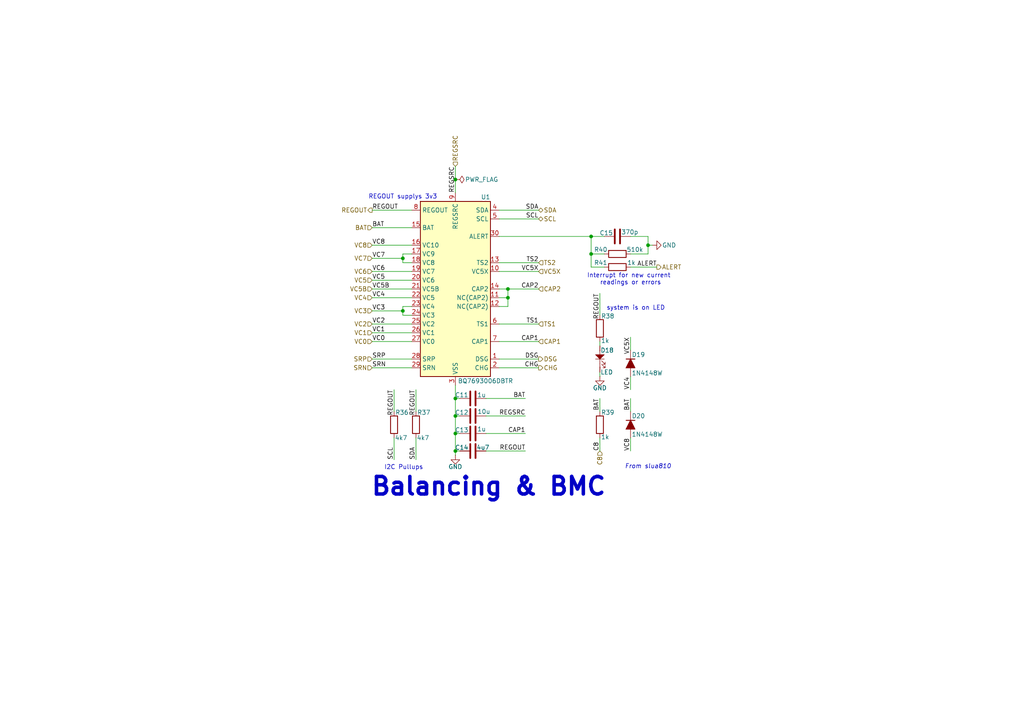
<source format=kicad_sch>
(kicad_sch (version 20250114) (generator "eeschema") (generator_version "9.0")
  (paper "A4")
  (lib_symbols
    (symbol "Battery_Management:BQ76930DBT"
      (property "Reference" "U" (at -7.62 26.67 0))
      (property "Value" "BQ76930DBT" (at 13.97 26.67 0))
      (symbol "BQ76930DBT_0_1"
        (rectangle (start -10.16 25.4) (end 10.16 -25.4) (stroke (width 0.254)) (fill (type background)))
      )
      (symbol "BQ76930DBT_1_0"
        (pin bidirectional line (at -12.7 15.24 0) (length 2.54) (name "ALERT") (number "30"))
        (pin passive line (at -12.7 7.62 0) (length 2.54) (name "TS2") (number "13"))
        (pin passive line (at -12.7 5.08 0) (length 2.54) (name "VC5X") (number "10"))
        (pin passive line (at -12.7 0 0) (length 2.54) (name "CAP2") (number "14"))
        (pin passive line (at -12.7 -2.54 0) (length 2.54) (name "NC(CAP2)") (number "11"))
        (pin passive line (at -12.7 -5.08 0) (length 2.54) (name "NC(CAP2)") (number "12"))
        (pin passive line (at -12.7 -10.16 0) (length 2.54) (name "TS1") (number "6"))
        (pin passive line (at -12.7 -15.24 0) (length 2.54) (name "CAP1") (number "7"))
        (pin power_in line (at 0 27.94 270) (length 2.54) (name "REGSRC") (number "9"))
        (pin power_out line (at 12.7 22.86 180) (length 2.54) (name "REGOUT") (number "8"))
        (pin input line (at 12.7 17.78 180) (length 2.54) (name "BAT") (number "15"))
        (pin input line (at 12.7 12.7 180) (length 2.54) (name "VC10") (number "16"))
        (pin input line (at 12.7 10.16 180) (length 2.54) (name "VC9") (number "17"))
        (pin input line (at 12.7 7.62 180) (length 2.54) (name "VC8") (number "18"))
        (pin input line (at 12.7 5.08 180) (length 2.54) (name "VC7") (number "19"))
        (pin input line (at 12.7 2.54 180) (length 2.54) (name "VC6") (number "20"))
        (pin input line (at 12.7 0 180) (length 2.54) (name "VC5B") (number "21"))
        (pin input line (at 12.7 -2.54 180) (length 2.54) (name "VC5") (number "22"))
        (pin input line (at 12.7 -5.08 180) (length 2.54) (name "VC4") (number "23"))
        (pin input line (at 12.7 -7.62 180) (length 2.54) (name "VC3") (number "24"))
        (pin input line (at 12.7 -10.16 180) (length 2.54) (name "VC2") (number "25"))
        (pin input line (at 12.7 -12.7 180) (length 2.54) (name "VC1") (number "26"))
        (pin input line (at 12.7 -15.24 180) (length 2.54) (name "VC0") (number "27"))
        (pin input line (at 12.7 -20.32 180) (length 2.54) (name "SRP") (number "28"))
        (pin input line (at 12.7 -22.86 180) (length 2.54) (name "SRN") (number "29"))
      )
      (symbol "BQ76930DBT_1_1"
        (pin bidirectional line (at -12.7 22.86 0) (length 2.54) (name "SDA") (number "4"))
        (pin input line (at -12.7 20.32 0) (length 2.54) (name "SCL") (number "5"))
        (pin output line (at -12.7 -20.32 0) (length 2.54) (name "DSG") (number "1"))
        (pin output line (at -12.7 -22.86 0) (length 2.54) (name "CHG") (number "2"))
        (pin power_in line (at 0 -27.94 90) (length 2.54) (name "VSS") (number "3"))
      )
    )
    (symbol "Device:C" (pin_numbers (hide yes)) (pin_names (offset 0.254))
      (property "Reference" "C" (at 0.635 2.54 0))
      (property "Value" "C" (at 0.635 -2.54 0))
      (symbol "C_0_1"
        (polyline (pts (xy -2.032 0.762) (xy 2.032 0.762)) (stroke (width 0.508)))
        (polyline (pts (xy -2.032 -0.762) (xy 2.032 -0.762)) (stroke (width 0.508)))
      )
      (symbol "C_1_1"
        (pin passive line (at 0 3.81 270) (length 2.794) (name "~") (number "1"))
        (pin passive line (at 0 -3.81 90) (length 2.794) (name "~") (number "2"))
      )
    )
    (symbol "Device:R" (pin_numbers (hide yes)) (pin_names (offset 0))
      (property "Reference" "R" (at 2.032 0 90))
      (property "Value" "R" (at 0 0 90))
      (symbol "R_0_1"
        (rectangle (start -1.016 -2.54) (end 1.016 2.54) (stroke (width 0.254)))
      )
      (symbol "R_1_1"
        (pin passive line (at 0 3.81 270) (length 1.27) (name "~") (number "1"))
        (pin passive line (at 0 -3.81 90) (length 1.27) (name "~") (number "2"))
      )
    )
    (symbol "PCM_4ms_Power-symbol:PWR_FLAG" (power) (pin_numbers (hide yes)) (pin_names (offset 0) (hide yes))
      (property "Value" "PWR_FLAG" (at 0 3.81 0))
      (symbol "PWR_FLAG_0_0"
        (pin power_out line (at 0 0 90) (length 0) (name "pwr") (number "1"))
      )
      (symbol "PWR_FLAG_0_1"
        (polyline (pts (xy 0 0) (xy 0 1.27) (xy -1.016 1.905) (xy 0 2.54) (xy 1.016 1.905) (xy 0 1.27)))
      )
    )
    (symbol "PCM_Diode_AKL:1N4148W" (pin_numbers (hide yes)) (pin_names (offset 1.016) (hide yes))
      (property "Reference" "D" (at 0 5.08 0))
      (property "Value" "1N4148W" (at 0 2.54 0))
      (symbol "1N4148W_0_1"
        (polyline (pts (xy -1.27 1.27) (xy -1.27 -1.27) (xy 1.27 0) (xy -1.27 1.27)) (stroke (width 0.254)) (fill (type outline)))
        (polyline (pts (xy -1.27 0) (xy 1.27 0)))
        (polyline (pts (xy 1.27 1.27) (xy 1.27 -1.27)) (stroke (width 0.254)))
      )
      (symbol "1N4148W_0_2"
        (polyline (pts (xy -2.54 -2.54) (xy 2.54 2.54)))
        (polyline (pts (xy -0.889 -0.889) (xy -1.778 0) (xy 0.889 0.889) (xy 0 -1.778) (xy -0.889 -0.889)) (stroke (width 0.254)) (fill (type outline)))
        (polyline (pts (xy 0 1.778) (xy 1.778 0)) (stroke (width 0.254)))
      )
      (symbol "1N4148W_1_1"
        (pin passive line (at -3.81 0 0) (length 2.54) (name "A") (number "2"))
        (pin passive line (at 3.81 0 180) (length 2.54) (name "K") (number "1"))
      )
      (symbol "1N4148W_1_2"
        (pin passive line (at -2.54 -2.54 0) (length 0) (name "A") (number "2"))
        (pin passive line (at 2.54 2.54 180) (length 0) (name "K") (number "1"))
      )
    )
    (symbol "PCM_SL_Devices:LED"
      (property "Reference" "D" (at -0.508 5.334 0))
      (property "Value" "LED" (at -0.508 2.794 0))
      (symbol "LED_0_1"
        (polyline (pts (xy -1.27 0) (xy -2.54 0)))
        (polyline (pts (xy 0 1.27) (xy 0 -1.27)))
        (polyline (pts (xy 0 0) (xy -1.27 -1.27) (xy -1.27 1.27) (xy 0 0) (xy 1.27 0)) (fill (type outline)))
        (polyline (pts (xy 0.508 0.508) (xy 1.524 1.524)))
        (polyline (pts (xy 1.27 0) (xy 2.54 0)))
        (polyline (pts (xy 1.524 1.524) (xy 0.889 1.524)))
        (polyline (pts (xy 1.524 1.524) (xy 1.524 0.889)))
        (polyline (pts (xy 1.524 0.508) (xy 2.54 1.524)))
        (polyline (pts (xy 2.54 1.524) (xy 1.905 1.524)))
        (polyline (pts (xy 2.54 1.524) (xy 2.54 0.889)))
      )
      (symbol "LED_1_1"
        (pin passive line (at -3.81 0 0) (length 1.5) (name "") (number "2"))
        (pin passive line (at 3.81 0 180) (length 1.5) (name "~") (number "1"))
      )
    )
    (symbol "power:GND" (power) (pin_numbers (hide yes)) (pin_names (offset 0) (hide yes))
      (property "Value" "GND" (at 0 -3.81 0))
      (symbol "GND_0_1"
        (polyline (pts (xy 0 0) (xy 0 -1.27) (xy 1.27 -1.27) (xy 0 -2.54) (xy -1.27 -1.27) (xy 0 -1.27)))
      )
      (symbol "GND_1_1"
        (pin power_in line (at 0 0 270) (length 0) (name "~") (number "1"))
      )
    )
  )
  (text "Interrupt for new current \nreadings or errors" (at 182.88 81.026 0) (effects (font (size 1.27 1.27))))
  (text "Balancing & BMC" (at 141.732 141.224 0) (effects (font (size 5.08 5.08) (thickness 1.016) (bold yes))))
  (text "I2C Pullups" (at 117.094 135.636 0) (effects (font (size 1.27 1.27))))
  (text "REGOUT supplys 3v3" (at 116.84 57.15 0) (effects (font (size 1.27 1.27))))
  (text "system is on LED" (at 184.404 89.408 0) (effects (font (size 1.27 1.27))))
  (text "From slua810" (at 187.96 135.382 0) (effects (font (size 1.27 1.27) (italic yes))))
  (junction (at 171.45 68.58))
  (junction (at 116.84 74.93))
  (junction (at 171.45 73.66))
  (junction (at 132.08 120.65))
  (junction (at 116.84 90.17))
  (junction (at 132.08 115.57))
  (junction (at 147.32 86.36))
  (junction (at 187.96 71.12))
  (junction (at 132.08 52.07))
  (junction (at 147.32 83.82))
  (junction (at 132.08 125.73))
  (junction (at 132.08 130.81))
  (wire (pts (xy 116.84 88.9) (xy 119.38 88.9)))
  (wire (pts (xy 171.45 77.47) (xy 171.45 73.66)))
  (wire (pts (xy 116.84 91.44) (xy 119.38 91.44)))
  (wire (pts (xy 132.08 130.81) (xy 133.35 130.81)))
  (wire (pts (xy 107.95 71.12) (xy 119.38 71.12)))
  (wire (pts (xy 133.35 125.73) (xy 132.08 125.73)))
  (wire (pts (xy 133.35 115.57) (xy 132.08 115.57)))
  (wire (pts (xy 107.95 83.82) (xy 119.38 83.82)))
  (wire (pts (xy 171.45 73.66) (xy 175.26 73.66)))
  (wire (pts (xy 107.95 106.68) (xy 119.38 106.68)))
  (wire (pts (xy 182.88 77.47) (xy 190.5 77.47)))
  (wire (pts (xy 107.95 78.74) (xy 119.38 78.74)))
  (wire (pts (xy 156.21 83.82) (xy 147.32 83.82)))
  (wire (pts (xy 156.21 104.14) (xy 144.78 104.14)))
  (wire (pts (xy 114.3 127) (xy 114.3 133.35)))
  (wire (pts (xy 147.32 83.82) (xy 144.78 83.82)))
  (wire (pts (xy 147.32 83.82) (xy 147.32 86.36)))
  (wire (pts (xy 144.78 88.9) (xy 147.32 88.9)))
  (wire (pts (xy 119.38 60.96) (xy 107.95 60.96)))
  (wire (pts (xy 120.65 133.35) (xy 120.65 127)))
  (wire (pts (xy 114.3 113.03) (xy 114.3 119.38)))
  (wire (pts (xy 116.84 88.9) (xy 116.84 90.17)))
  (wire (pts (xy 107.95 99.06) (xy 119.38 99.06)))
  (wire (pts (xy 182.88 97.79) (xy 182.88 101.6)))
  (wire (pts (xy 156.21 93.98) (xy 144.78 93.98)))
  (wire (pts (xy 156.21 76.2) (xy 144.78 76.2)))
  (wire (pts (xy 173.99 100.33) (xy 173.99 99.06)))
  (wire (pts (xy 107.95 86.36) (xy 119.38 86.36)))
  (wire (pts (xy 140.97 115.57) (xy 152.4 115.57)))
  (wire (pts (xy 140.97 120.65) (xy 152.4 120.65)))
  (wire (pts (xy 173.99 85.09) (xy 173.99 91.44)))
  (wire (pts (xy 187.96 71.12) (xy 189.23 71.12)))
  (wire (pts (xy 182.88 113.03) (xy 182.88 109.22)))
  (wire (pts (xy 107.95 74.93) (xy 116.84 74.93)))
  (wire (pts (xy 144.78 106.68) (xy 156.21 106.68)))
  (wire (pts (xy 144.78 63.5) (xy 156.21 63.5)))
  (wire (pts (xy 132.08 115.57) (xy 132.08 120.65)))
  (wire (pts (xy 132.08 125.73) (xy 132.08 130.81)))
  (wire (pts (xy 156.21 78.74) (xy 144.78 78.74)))
  (wire (pts (xy 173.99 115.57) (xy 173.99 119.38)))
  (wire (pts (xy 116.84 73.66) (xy 116.84 74.93)))
  (wire (pts (xy 107.95 66.04) (xy 119.38 66.04)))
  (wire (pts (xy 133.35 120.65) (xy 132.08 120.65)))
  (wire (pts (xy 120.65 113.03) (xy 120.65 119.38)))
  (wire (pts (xy 116.84 90.17) (xy 116.84 91.44)))
  (wire (pts (xy 187.96 71.12) (xy 187.96 68.58)))
  (wire (pts (xy 182.88 73.66) (xy 187.96 73.66)))
  (wire (pts (xy 140.97 125.73) (xy 152.4 125.73)))
  (wire (pts (xy 144.78 68.58) (xy 171.45 68.58)))
  (wire (pts (xy 175.26 68.58) (xy 171.45 68.58)))
  (wire (pts (xy 132.08 52.07) (xy 132.08 55.88)))
  (wire (pts (xy 132.08 48.26) (xy 132.08 52.07)))
  (wire (pts (xy 132.08 120.65) (xy 132.08 125.73)))
  (wire (pts (xy 132.08 111.76) (xy 132.08 115.57)))
  (wire (pts (xy 107.95 90.17) (xy 116.84 90.17)))
  (wire (pts (xy 116.84 74.93) (xy 116.84 76.2)))
  (wire (pts (xy 173.99 109.22) (xy 173.99 107.95)))
  (wire (pts (xy 107.95 93.98) (xy 119.38 93.98)))
  (wire (pts (xy 175.26 77.47) (xy 171.45 77.47)))
  (wire (pts (xy 171.45 68.58) (xy 171.45 73.66)))
  (wire (pts (xy 187.96 68.58) (xy 182.88 68.58)))
  (wire (pts (xy 182.88 130.81) (xy 182.88 127)))
  (wire (pts (xy 187.96 73.66) (xy 187.96 71.12)))
  (wire (pts (xy 156.21 99.06) (xy 144.78 99.06)))
  (wire (pts (xy 132.08 130.81) (xy 132.08 132.08)))
  (wire (pts (xy 156.21 60.96) (xy 144.78 60.96)))
  (wire (pts (xy 107.95 81.28) (xy 119.38 81.28)))
  (wire (pts (xy 173.99 127) (xy 173.99 130.81)))
  (wire (pts (xy 144.78 86.36) (xy 147.32 86.36)))
  (wire (pts (xy 140.97 130.81) (xy 152.4 130.81)))
  (wire (pts (xy 116.84 73.66) (xy 119.38 73.66)))
  (wire (pts (xy 107.95 96.52) (xy 119.38 96.52)))
  (wire (pts (xy 107.95 104.14) (xy 119.38 104.14)))
  (wire (pts (xy 116.84 76.2) (xy 119.38 76.2)))
  (wire (pts (xy 147.32 86.36) (xy 147.32 88.9)))
  (wire (pts (xy 182.88 115.57) (xy 182.88 119.38)))
  (label "VC5X" (at 182.88 97.79 270))
  (label "VC5B" (at 107.95 83.82 0))
  (label "SDA" (at 120.65 133.35 90))
  (label "CHG" (at 156.21 106.68 180))
  (label "VC7" (at 107.95 74.93 0))
  (label "CAP1" (at 152.4 125.73 180))
  (label "TS1" (at 156.21 93.98 180))
  (label "DSG" (at 156.21 104.14 180))
  (label "CAP2" (at 156.21 83.82 180))
  (label "SDA" (at 156.21 60.96 180))
  (label "VC4" (at 182.88 113.03 90))
  (label "TS2" (at 156.21 76.2 180))
  (label "REGOUT" (at 120.65 113.03 270))
  (label "REGSRC" (at 132.08 48.26 270))
  (label "VC0" (at 107.95 99.06 0) (effects (font (thickness 0.1588))))
  (label "SRP" (at 107.95 104.14 0))
  (label "REGOUT" (at 107.95 60.96 0))
  (label "BAT" (at 107.95 66.04 0))
  (label "SRN" (at 107.95 106.68 0))
  (label "VC1" (at 107.95 96.52 0) (effects (font (thickness 0.1588))))
  (label "VC4" (at 107.95 86.36 0))
  (label "BAT" (at 152.4 115.57 180))
  (label "VC2" (at 107.95 93.98 0) (effects (font (thickness 0.1588))))
  (label "VC3" (at 107.95 90.17 0) (effects (font (thickness 0.1588))))
  (label "CAP1" (at 156.21 99.06 180))
  (label "C8" (at 173.99 130.81 90))
  (label "VC5" (at 107.95 81.28 0))
  (label "ALERT" (at 190.5 77.47 180))
  (label "VC5X" (at 156.21 78.74 180))
  (label "VC8" (at 182.88 130.81 90))
  (label "BAT" (at 173.99 115.57 270))
  (label "BAT" (at 182.88 115.57 270))
  (label "REGOUT" (at 152.4 130.81 180))
  (label "REGOUT" (at 114.3 113.03 270))
  (label "VC6" (at 107.95 78.74 0))
  (label "REGSRC" (at 152.4 120.65 180))
  (label "SCL" (at 156.21 63.5 180))
  (label "REGOUT" (at 173.99 85.09 270))
  (label "VC8" (at 107.95 71.12 0))
  (label "SCL" (at 114.3 133.35 90))
  (hierarchical_label "VC6" (shape input) (at 107.95 78.74 180))
  (hierarchical_label "SRP" (shape input) (at 107.95 104.14 180))
  (hierarchical_label "REGOUT" (shape output) (at 107.95 60.96 180))
  (hierarchical_label "VC5X" (shape input) (at 156.21 78.74 0))
  (hierarchical_label "VC5" (shape input) (at 107.95 81.28 180))
  (hierarchical_label "SRN" (shape input) (at 107.95 106.68 180))
  (hierarchical_label "CAP2" (shape input) (at 156.21 83.82 0))
  (hierarchical_label "VC1" (shape input) (at 107.95 96.52 180))
  (hierarchical_label "VC0" (shape input) (at 107.95 99.06 180))
  (hierarchical_label "SCL" (shape bidirectional) (at 156.21 63.5 0))
  (hierarchical_label "VC2" (shape input) (at 107.95 93.98 180))
  (hierarchical_label "SDA" (shape bidirectional) (at 156.21 60.96 0))
  (hierarchical_label "DSG" (shape output) (at 156.21 104.14 0))
  (hierarchical_label "CAP1" (shape input) (at 156.21 99.06 0))
  (hierarchical_label "C8" (shape input) (at 173.99 130.81 270))
  (hierarchical_label "BAT" (shape input) (at 107.95 66.04 180))
  (hierarchical_label "VC7" (shape input) (at 107.95 74.93 180))
  (hierarchical_label "TS1" (shape input) (at 156.21 93.98 0))
  (hierarchical_label "VC5B" (shape input) (at 107.95 83.82 180))
  (hierarchical_label "CHG" (shape output) (at 156.21 106.68 0))
  (hierarchical_label "VC8" (shape input) (at 107.95 71.12 180))
  (hierarchical_label "VC4" (shape input) (at 107.95 86.36 180))
  (hierarchical_label "VC3" (shape input) (at 107.95 90.17 180))
  (hierarchical_label "REGSRC" (shape input) (at 132.08 48.26 90))
  (hierarchical_label "TS2" (shape input) (at 156.21 76.2 0))
  (hierarchical_label "ALERT" (shape output) (at 190.5 77.47 0))
  (symbol (lib_id "Device:R") (at 173.99 123.19 180) (unit 1)
    (property "Reference" "R39" (at 176.276 119.634 0))
    (property "Value" "1k" (at 175.514 126.746 0))
    (property "Description" "Resistor" (effects (hide yes)))
  )
  (symbol (lib_id "Device:C") (at 137.16 125.73 90) (unit 1)
    (property "Reference" "C13" (at 135.89 124.714 90) (effects (justify left)))
    (property "Value" "1u" (at 140.97 124.46 90) (effects (justify left)))
    (property "Description" "Unpolarized capacitor" (effects (hide yes)))
  )
  (symbol (lib_id "Device:C") (at 137.16 130.81 90) (unit 1)
    (property "Reference" "C14" (at 135.89 129.794 90) (effects (justify left)))
    (property "Value" "4u7" (at 141.986 129.794 90) (effects (justify left)))
    (property "Description" "Unpolarized capacitor" (effects (hide yes)))
  )
  (symbol (lib_id "Battery_Management:BQ76930DBT") (at 132.08 83.82 0) (mirror y) (unit 1)
    (property "Reference" "U1" (at 142.24 57.15 0) (effects (justify left)))
    (property "Value" "BQ7693006DBTR" (at 148.844 110.49 0) (effects (justify left)))
    (property "Footprint" "Package_SO:TSSOP-30_4.4x7.8mm_P0.5mm" (effects (hide yes)))
    (property "Datasheet" "http://www.ti.com/lit/ds/symlink/bq76930.pdf" (effects (hide yes)))
    (property "Description" "Lithium battery monitor, 6-10 cells, integrated balancing, I2C interface, TSSOP-30" (effects (hide yes)))
  )
  (symbol (lib_id "power:GND") (at 173.99 109.22 0) (unit 1)
    (property "Reference" "#PWR03" (effects (hide yes)))
    (property "Value" "GND" (at 176.022 112.522 0) (effects (justify right)))
    (property "Description" "Power symbol creates a global label with name \"GND\" , ground" (effects (hide yes)))
  )
  (symbol (lib_id "PCM_SL_Devices:LED") (at 173.99 104.14 270) (unit 1)
    (property "Reference" "D18" (at 178.054 101.6 90) (effects (justify right)))
    (property "Value" "LED" (at 177.8 107.95 90) (effects (justify right)))
    (property "Footprint" "PCM_Diode_SMD_AKL:D_0805_2012Metric" (effects (hide yes)))
    (property "Description" "Common 5mm diameter LED" (effects (hide yes)))
  )
  (symbol (lib_id "power:GND") (at 189.23 71.12 90) (unit 1)
    (property "Reference" "#PWR04" (effects (hide yes)))
    (property "Value" "GND" (at 192.024 71.12 90) (effects (justify right)))
    (property "Description" "Power symbol creates a global label with name \"GND\" , ground" (effects (hide yes)))
  )
  (symbol (lib_id "Device:R") (at 179.07 77.47 90) (unit 1)
    (property "Reference" "R41" (at 174.244 76.2 90))
    (property "Value" "1k" (at 183.134 76.2 90))
    (property "Description" "Resistor" (effects (hide yes)))
  )
  (symbol (lib_id "Device:R") (at 114.3 123.19 180) (unit 1)
    (property "Reference" "R36" (at 116.586 119.634 0))
    (property "Value" "4k7" (at 116.332 127 0))
    (property "Description" "Resistor" (effects (hide yes)))
  )
  (symbol (lib_id "PCM_Diode_AKL:1N4148W") (at 182.88 123.19 90) (unit 1)
    (property "Reference" "D20" (at 185.166 120.65 90))
    (property "Value" "1N4148W" (at 187.706 125.984 90))
    (property "Footprint" "PCM_Diode_SMD_AKL:D_SOD-123" (effects (hide yes)))
    (property "Datasheet" "https://datasheet.octopart.com/1N4148W-HE3-18-Vishay-datasheet-17291302.pdf" (effects (hide yes)))
    (property "Description" "SOD-123 Diode, Small Signal, Fast Switching, 75V, 150mA, 4ns, Alternate KiCad Library" (effects (hide yes)))
  )
  (symbol (lib_id "Device:C") (at 179.07 68.58 90) (unit 1)
    (property "Reference" "C15" (at 177.8 67.564 90) (effects (justify left)))
    (property "Value" "370p" (at 185.166 67.31 90) (effects (justify left)))
    (property "Description" "Unpolarized capacitor" (effects (hide yes)))
  )
  (symbol (lib_id "power:GND") (at 132.08 132.08 0) (unit 1)
    (property "Reference" "#PWR02" (effects (hide yes)))
    (property "Value" "GND" (at 134.112 135.382 0) (effects (justify right)))
    (property "Description" "Power symbol creates a global label with name \"GND\" , ground" (effects (hide yes)))
  )
  (symbol (lib_id "Device:R") (at 173.99 95.25 0) (unit 1)
    (property "Reference" "R38" (at 176.276 91.694 0))
    (property "Value" "1k" (at 175.514 98.806 0))
    (property "Description" "Resistor" (effects (hide yes)))
  )
  (symbol (lib_id "PCM_Diode_AKL:1N4148W") (at 182.88 105.41 90) (unit 1)
    (property "Reference" "D19" (at 185.166 102.87 90))
    (property "Value" "1N4148W" (at 187.706 108.204 90))
    (property "Footprint" "PCM_Diode_SMD_AKL:D_SOD-123" (effects (hide yes)))
    (property "Datasheet" "https://datasheet.octopart.com/1N4148W-HE3-18-Vishay-datasheet-17291302.pdf" (effects (hide yes)))
    (property "Description" "SOD-123 Diode, Small Signal, Fast Switching, 75V, 150mA, 4ns, Alternate KiCad Library" (effects (hide yes)))
  )
  (symbol (lib_id "Device:C") (at 137.16 120.65 90) (unit 1)
    (property "Reference" "C12" (at 135.89 119.634 90) (effects (justify left)))
    (property "Value" "10u" (at 142.24 119.38 90) (effects (justify left)))
    (property "Description" "Unpolarized capacitor" (effects (hide yes)))
  )
  (symbol (lib_id "Device:C") (at 137.16 115.57 90) (unit 1)
    (property "Reference" "C11" (at 135.89 114.554 90) (effects (justify left)))
    (property "Value" "1u" (at 140.97 114.554 90) (effects (justify left)))
    (property "Description" "Unpolarized capacitor" (effects (hide yes)))
  )
  (symbol (lib_id "Device:R") (at 120.65 123.19 180) (unit 1)
    (property "Reference" "R37" (at 122.936 119.634 0))
    (property "Value" "4k7" (at 122.682 127 0))
    (property "Description" "Resistor" (effects (hide yes)))
  )
  (symbol (lib_id "Device:R") (at 179.07 73.66 90) (unit 1)
    (property "Reference" "R40" (at 174.244 72.39 90))
    (property "Value" "510k" (at 184.15 72.39 90))
    (property "Description" "Resistor" (effects (hide yes)))
  )
  (symbol (lib_id "PCM_4ms_Power-symbol:PWR_FLAG") (at 132.08 52.07 270) (unit 1)
    (property "Reference" "#FLG01" (effects (hide yes)))
    (property "Value" "PWR_FLAG" (at 134.874 52.07 90) (effects (justify left)))
  )
)
</source>
